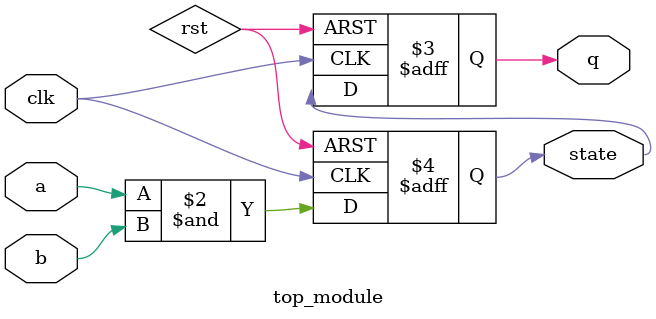
<source format=sv>
module top_module (
    input clk,
    input a,
    input b,
    output reg q,
    output reg state
);

always @(posedge clk or posedge rst) begin
    if (rst) begin
        state <= 0;
        q <= 0;
    end else begin
        state <= a & b;
        q <= state;
    end
end

endmodule

</source>
